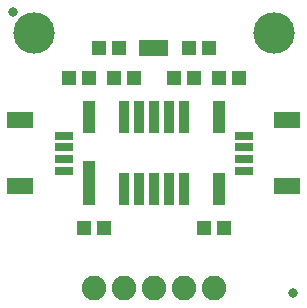
<source format=gts>
G75*
%MOIN*%
%OFA0B0*%
%FSLAX25Y25*%
%IPPOS*%
%LPD*%
%AMOC8*
5,1,8,0,0,1.08239X$1,22.5*
%
%ADD10C,0.13800*%
%ADD11C,0.03300*%
%ADD12R,0.05131X0.04737*%
%ADD13R,0.03300X0.05800*%
%ADD14R,0.08674X0.05524*%
%ADD15R,0.06115X0.03162*%
%ADD16C,0.08200*%
%ADD17R,0.03556X0.11036*%
%ADD18R,0.03950X0.14973*%
%ADD19R,0.03950X0.11036*%
D10*
X0148333Y0135000D03*
X0228333Y0135000D03*
D11*
X0141333Y0142000D03*
X0234833Y0048500D03*
D12*
X0211680Y0070000D03*
X0204987Y0070000D03*
X0171680Y0070000D03*
X0164987Y0070000D03*
X0166680Y0120000D03*
X0159987Y0120000D03*
X0174987Y0120000D03*
X0181680Y0120000D03*
X0194987Y0120000D03*
X0201680Y0120000D03*
X0209987Y0120000D03*
X0216680Y0120000D03*
X0206680Y0130000D03*
X0199987Y0130000D03*
X0176680Y0130000D03*
X0169987Y0130000D03*
D13*
X0185133Y0130000D03*
X0188333Y0130000D03*
X0191533Y0130000D03*
D14*
X0232802Y0106024D03*
X0232802Y0083976D03*
X0143865Y0083976D03*
X0143865Y0106024D03*
D15*
X0158333Y0100906D03*
X0158333Y0096969D03*
X0158333Y0093031D03*
X0158333Y0089094D03*
X0218333Y0089094D03*
X0218333Y0093031D03*
X0218333Y0096969D03*
X0218333Y0100906D03*
D16*
X0168333Y0050000D03*
X0178333Y0050000D03*
X0188333Y0050000D03*
X0198333Y0050000D03*
X0208333Y0050000D03*
D17*
X0198333Y0082992D03*
X0193333Y0082992D03*
X0188333Y0082992D03*
X0183333Y0082992D03*
X0178333Y0082992D03*
X0178333Y0107008D03*
X0183333Y0107008D03*
X0188333Y0107008D03*
X0193333Y0107008D03*
X0198333Y0107008D03*
D18*
X0166680Y0084961D03*
D19*
X0209987Y0082992D03*
X0209987Y0107008D03*
X0166680Y0107008D03*
M02*

</source>
